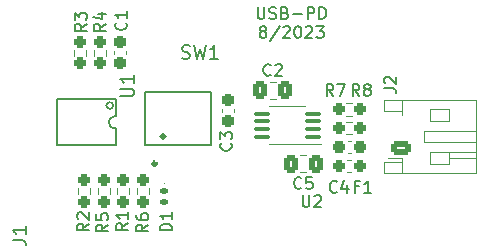
<source format=gbr>
%TF.GenerationSoftware,KiCad,Pcbnew,(6.0.4-0)*%
%TF.CreationDate,2023-08-08T13:47:07-06:00*%
%TF.ProjectId,usb_pd,7573625f-7064-42e6-9b69-6361645f7063,rev?*%
%TF.SameCoordinates,Original*%
%TF.FileFunction,Legend,Top*%
%TF.FilePolarity,Positive*%
%FSLAX46Y46*%
G04 Gerber Fmt 4.6, Leading zero omitted, Abs format (unit mm)*
G04 Created by KiCad (PCBNEW (6.0.4-0)) date 2023-08-08 13:47:07*
%MOMM*%
%LPD*%
G01*
G04 APERTURE LIST*
G04 Aperture macros list*
%AMRoundRect*
0 Rectangle with rounded corners*
0 $1 Rounding radius*
0 $2 $3 $4 $5 $6 $7 $8 $9 X,Y pos of 4 corners*
0 Add a 4 corners polygon primitive as box body*
4,1,4,$2,$3,$4,$5,$6,$7,$8,$9,$2,$3,0*
0 Add four circle primitives for the rounded corners*
1,1,$1+$1,$2,$3*
1,1,$1+$1,$4,$5*
1,1,$1+$1,$6,$7*
1,1,$1+$1,$8,$9*
0 Add four rect primitives between the rounded corners*
20,1,$1+$1,$2,$3,$4,$5,0*
20,1,$1+$1,$4,$5,$6,$7,0*
20,1,$1+$1,$6,$7,$8,$9,0*
20,1,$1+$1,$8,$9,$2,$3,0*%
G04 Aperture macros list end*
%ADD10C,0.150000*%
%ADD11C,0.152000*%
%ADD12C,0.120000*%
%ADD13C,0.100000*%
%ADD14C,0.300000*%
%ADD15RoundRect,0.100000X0.612500X0.100000X-0.612500X0.100000X-0.612500X-0.100000X0.612500X-0.100000X0*%
%ADD16R,1.730000X1.850000*%
%ADD17RoundRect,0.250000X0.337500X0.475000X-0.337500X0.475000X-0.337500X-0.475000X0.337500X-0.475000X0*%
%ADD18RoundRect,0.237500X-0.300000X-0.237500X0.300000X-0.237500X0.300000X0.237500X-0.300000X0.237500X0*%
%ADD19RoundRect,0.237500X-0.237500X0.300000X-0.237500X-0.300000X0.237500X-0.300000X0.237500X0.300000X0*%
%ADD20RoundRect,0.250000X-0.337500X-0.475000X0.337500X-0.475000X0.337500X0.475000X-0.337500X0.475000X0*%
%ADD21RoundRect,0.237500X0.250000X0.237500X-0.250000X0.237500X-0.250000X-0.237500X0.250000X-0.237500X0*%
%ADD22RoundRect,0.237500X-0.250000X-0.237500X0.250000X-0.237500X0.250000X0.237500X-0.250000X0.237500X0*%
%ADD23RoundRect,0.237500X0.287500X0.237500X-0.287500X0.237500X-0.287500X-0.237500X0.287500X-0.237500X0*%
%ADD24RoundRect,0.237500X0.237500X-0.250000X0.237500X0.250000X-0.237500X0.250000X-0.237500X-0.250000X0*%
%ADD25R,0.600000X1.500000*%
%ADD26R,3.300000X2.100000*%
%ADD27C,0.650000*%
%ADD28R,1.240000X0.600000*%
%ADD29R,1.240000X0.300000*%
%ADD30O,2.100000X1.000000*%
%ADD31O,1.800000X1.000000*%
%ADD32RoundRect,0.237500X0.237500X-0.300000X0.237500X0.300000X-0.237500X0.300000X-0.237500X-0.300000X0*%
%ADD33RoundRect,0.147500X-0.172500X0.147500X-0.172500X-0.147500X0.172500X-0.147500X0.172500X0.147500X0*%
%ADD34RoundRect,0.250000X0.625000X-0.350000X0.625000X0.350000X-0.625000X0.350000X-0.625000X-0.350000X0*%
%ADD35O,1.750000X1.200000*%
%ADD36O,0.560000X2.655000*%
%ADD37RoundRect,0.237500X-0.237500X0.250000X-0.237500X-0.250000X0.237500X-0.250000X0.237500X0.250000X0*%
G04 APERTURE END LIST*
D10*
X150219047Y-75547380D02*
X150219047Y-76356904D01*
X150266666Y-76452142D01*
X150314285Y-76499761D01*
X150409523Y-76547380D01*
X150600000Y-76547380D01*
X150695238Y-76499761D01*
X150742857Y-76452142D01*
X150790476Y-76356904D01*
X150790476Y-75547380D01*
X151219047Y-76499761D02*
X151361904Y-76547380D01*
X151600000Y-76547380D01*
X151695238Y-76499761D01*
X151742857Y-76452142D01*
X151790476Y-76356904D01*
X151790476Y-76261666D01*
X151742857Y-76166428D01*
X151695238Y-76118809D01*
X151600000Y-76071190D01*
X151409523Y-76023571D01*
X151314285Y-75975952D01*
X151266666Y-75928333D01*
X151219047Y-75833095D01*
X151219047Y-75737857D01*
X151266666Y-75642619D01*
X151314285Y-75595000D01*
X151409523Y-75547380D01*
X151647619Y-75547380D01*
X151790476Y-75595000D01*
X152552380Y-76023571D02*
X152695238Y-76071190D01*
X152742857Y-76118809D01*
X152790476Y-76214047D01*
X152790476Y-76356904D01*
X152742857Y-76452142D01*
X152695238Y-76499761D01*
X152600000Y-76547380D01*
X152219047Y-76547380D01*
X152219047Y-75547380D01*
X152552380Y-75547380D01*
X152647619Y-75595000D01*
X152695238Y-75642619D01*
X152742857Y-75737857D01*
X152742857Y-75833095D01*
X152695238Y-75928333D01*
X152647619Y-75975952D01*
X152552380Y-76023571D01*
X152219047Y-76023571D01*
X153219047Y-76166428D02*
X153980952Y-76166428D01*
X154457142Y-76547380D02*
X154457142Y-75547380D01*
X154838095Y-75547380D01*
X154933333Y-75595000D01*
X154980952Y-75642619D01*
X155028571Y-75737857D01*
X155028571Y-75880714D01*
X154980952Y-75975952D01*
X154933333Y-76023571D01*
X154838095Y-76071190D01*
X154457142Y-76071190D01*
X155457142Y-76547380D02*
X155457142Y-75547380D01*
X155695238Y-75547380D01*
X155838095Y-75595000D01*
X155933333Y-75690238D01*
X155980952Y-75785476D01*
X156028571Y-75975952D01*
X156028571Y-76118809D01*
X155980952Y-76309285D01*
X155933333Y-76404523D01*
X155838095Y-76499761D01*
X155695238Y-76547380D01*
X155457142Y-76547380D01*
X150576190Y-77585952D02*
X150480952Y-77538333D01*
X150433333Y-77490714D01*
X150385714Y-77395476D01*
X150385714Y-77347857D01*
X150433333Y-77252619D01*
X150480952Y-77205000D01*
X150576190Y-77157380D01*
X150766666Y-77157380D01*
X150861904Y-77205000D01*
X150909523Y-77252619D01*
X150957142Y-77347857D01*
X150957142Y-77395476D01*
X150909523Y-77490714D01*
X150861904Y-77538333D01*
X150766666Y-77585952D01*
X150576190Y-77585952D01*
X150480952Y-77633571D01*
X150433333Y-77681190D01*
X150385714Y-77776428D01*
X150385714Y-77966904D01*
X150433333Y-78062142D01*
X150480952Y-78109761D01*
X150576190Y-78157380D01*
X150766666Y-78157380D01*
X150861904Y-78109761D01*
X150909523Y-78062142D01*
X150957142Y-77966904D01*
X150957142Y-77776428D01*
X150909523Y-77681190D01*
X150861904Y-77633571D01*
X150766666Y-77585952D01*
X152100000Y-77109761D02*
X151242857Y-78395476D01*
X152385714Y-77252619D02*
X152433333Y-77205000D01*
X152528571Y-77157380D01*
X152766666Y-77157380D01*
X152861904Y-77205000D01*
X152909523Y-77252619D01*
X152957142Y-77347857D01*
X152957142Y-77443095D01*
X152909523Y-77585952D01*
X152338095Y-78157380D01*
X152957142Y-78157380D01*
X153576190Y-77157380D02*
X153671428Y-77157380D01*
X153766666Y-77205000D01*
X153814285Y-77252619D01*
X153861904Y-77347857D01*
X153909523Y-77538333D01*
X153909523Y-77776428D01*
X153861904Y-77966904D01*
X153814285Y-78062142D01*
X153766666Y-78109761D01*
X153671428Y-78157380D01*
X153576190Y-78157380D01*
X153480952Y-78109761D01*
X153433333Y-78062142D01*
X153385714Y-77966904D01*
X153338095Y-77776428D01*
X153338095Y-77538333D01*
X153385714Y-77347857D01*
X153433333Y-77252619D01*
X153480952Y-77205000D01*
X153576190Y-77157380D01*
X154290476Y-77252619D02*
X154338095Y-77205000D01*
X154433333Y-77157380D01*
X154671428Y-77157380D01*
X154766666Y-77205000D01*
X154814285Y-77252619D01*
X154861904Y-77347857D01*
X154861904Y-77443095D01*
X154814285Y-77585952D01*
X154242857Y-78157380D01*
X154861904Y-78157380D01*
X155195238Y-77157380D02*
X155814285Y-77157380D01*
X155480952Y-77538333D01*
X155623809Y-77538333D01*
X155719047Y-77585952D01*
X155766666Y-77633571D01*
X155814285Y-77728809D01*
X155814285Y-77966904D01*
X155766666Y-78062142D01*
X155719047Y-78109761D01*
X155623809Y-78157380D01*
X155338095Y-78157380D01*
X155242857Y-78109761D01*
X155195238Y-78062142D01*
%TO.C,U2*%
X154038095Y-91452380D02*
X154038095Y-92261904D01*
X154085714Y-92357142D01*
X154133333Y-92404761D01*
X154228571Y-92452380D01*
X154419047Y-92452380D01*
X154514285Y-92404761D01*
X154561904Y-92357142D01*
X154609523Y-92261904D01*
X154609523Y-91452380D01*
X155038095Y-91547619D02*
X155085714Y-91500000D01*
X155180952Y-91452380D01*
X155419047Y-91452380D01*
X155514285Y-91500000D01*
X155561904Y-91547619D01*
X155609523Y-91642857D01*
X155609523Y-91738095D01*
X155561904Y-91880952D01*
X154990476Y-92452380D01*
X155609523Y-92452380D01*
%TO.C,C5*%
X153933333Y-90837142D02*
X153885714Y-90884761D01*
X153742857Y-90932380D01*
X153647619Y-90932380D01*
X153504761Y-90884761D01*
X153409523Y-90789523D01*
X153361904Y-90694285D01*
X153314285Y-90503809D01*
X153314285Y-90360952D01*
X153361904Y-90170476D01*
X153409523Y-90075238D01*
X153504761Y-89980000D01*
X153647619Y-89932380D01*
X153742857Y-89932380D01*
X153885714Y-89980000D01*
X153933333Y-90027619D01*
X154838095Y-89932380D02*
X154361904Y-89932380D01*
X154314285Y-90408571D01*
X154361904Y-90360952D01*
X154457142Y-90313333D01*
X154695238Y-90313333D01*
X154790476Y-90360952D01*
X154838095Y-90408571D01*
X154885714Y-90503809D01*
X154885714Y-90741904D01*
X154838095Y-90837142D01*
X154790476Y-90884761D01*
X154695238Y-90932380D01*
X154457142Y-90932380D01*
X154361904Y-90884761D01*
X154314285Y-90837142D01*
%TO.C,C4*%
X156933333Y-91157142D02*
X156885714Y-91204761D01*
X156742857Y-91252380D01*
X156647619Y-91252380D01*
X156504761Y-91204761D01*
X156409523Y-91109523D01*
X156361904Y-91014285D01*
X156314285Y-90823809D01*
X156314285Y-90680952D01*
X156361904Y-90490476D01*
X156409523Y-90395238D01*
X156504761Y-90300000D01*
X156647619Y-90252380D01*
X156742857Y-90252380D01*
X156885714Y-90300000D01*
X156933333Y-90347619D01*
X157790476Y-90585714D02*
X157790476Y-91252380D01*
X157552380Y-90204761D02*
X157314285Y-90919047D01*
X157933333Y-90919047D01*
%TO.C,C3*%
X147957142Y-87066666D02*
X148004761Y-87114285D01*
X148052380Y-87257142D01*
X148052380Y-87352380D01*
X148004761Y-87495238D01*
X147909523Y-87590476D01*
X147814285Y-87638095D01*
X147623809Y-87685714D01*
X147480952Y-87685714D01*
X147290476Y-87638095D01*
X147195238Y-87590476D01*
X147100000Y-87495238D01*
X147052380Y-87352380D01*
X147052380Y-87257142D01*
X147100000Y-87114285D01*
X147147619Y-87066666D01*
X147052380Y-86733333D02*
X147052380Y-86114285D01*
X147433333Y-86447619D01*
X147433333Y-86304761D01*
X147480952Y-86209523D01*
X147528571Y-86161904D01*
X147623809Y-86114285D01*
X147861904Y-86114285D01*
X147957142Y-86161904D01*
X148004761Y-86209523D01*
X148052380Y-86304761D01*
X148052380Y-86590476D01*
X148004761Y-86685714D01*
X147957142Y-86733333D01*
%TO.C,C2*%
X151333333Y-81277142D02*
X151285714Y-81324761D01*
X151142857Y-81372380D01*
X151047619Y-81372380D01*
X150904761Y-81324761D01*
X150809523Y-81229523D01*
X150761904Y-81134285D01*
X150714285Y-80943809D01*
X150714285Y-80800952D01*
X150761904Y-80610476D01*
X150809523Y-80515238D01*
X150904761Y-80420000D01*
X151047619Y-80372380D01*
X151142857Y-80372380D01*
X151285714Y-80420000D01*
X151333333Y-80467619D01*
X151714285Y-80467619D02*
X151761904Y-80420000D01*
X151857142Y-80372380D01*
X152095238Y-80372380D01*
X152190476Y-80420000D01*
X152238095Y-80467619D01*
X152285714Y-80562857D01*
X152285714Y-80658095D01*
X152238095Y-80800952D01*
X151666666Y-81372380D01*
X152285714Y-81372380D01*
%TO.C,R7*%
X156633333Y-83052380D02*
X156300000Y-82576190D01*
X156061904Y-83052380D02*
X156061904Y-82052380D01*
X156442857Y-82052380D01*
X156538095Y-82100000D01*
X156585714Y-82147619D01*
X156633333Y-82242857D01*
X156633333Y-82385714D01*
X156585714Y-82480952D01*
X156538095Y-82528571D01*
X156442857Y-82576190D01*
X156061904Y-82576190D01*
X156966666Y-82052380D02*
X157633333Y-82052380D01*
X157204761Y-83052380D01*
%TO.C,R8*%
X158833333Y-83052380D02*
X158500000Y-82576190D01*
X158261904Y-83052380D02*
X158261904Y-82052380D01*
X158642857Y-82052380D01*
X158738095Y-82100000D01*
X158785714Y-82147619D01*
X158833333Y-82242857D01*
X158833333Y-82385714D01*
X158785714Y-82480952D01*
X158738095Y-82528571D01*
X158642857Y-82576190D01*
X158261904Y-82576190D01*
X159404761Y-82480952D02*
X159309523Y-82433333D01*
X159261904Y-82385714D01*
X159214285Y-82290476D01*
X159214285Y-82242857D01*
X159261904Y-82147619D01*
X159309523Y-82100000D01*
X159404761Y-82052380D01*
X159595238Y-82052380D01*
X159690476Y-82100000D01*
X159738095Y-82147619D01*
X159785714Y-82242857D01*
X159785714Y-82290476D01*
X159738095Y-82385714D01*
X159690476Y-82433333D01*
X159595238Y-82480952D01*
X159404761Y-82480952D01*
X159309523Y-82528571D01*
X159261904Y-82576190D01*
X159214285Y-82671428D01*
X159214285Y-82861904D01*
X159261904Y-82957142D01*
X159309523Y-83004761D01*
X159404761Y-83052380D01*
X159595238Y-83052380D01*
X159690476Y-83004761D01*
X159738095Y-82957142D01*
X159785714Y-82861904D01*
X159785714Y-82671428D01*
X159738095Y-82576190D01*
X159690476Y-82528571D01*
X159595238Y-82480952D01*
%TO.C,F1*%
X158766666Y-90728571D02*
X158433333Y-90728571D01*
X158433333Y-91252380D02*
X158433333Y-90252380D01*
X158909523Y-90252380D01*
X159814285Y-91252380D02*
X159242857Y-91252380D01*
X159528571Y-91252380D02*
X159528571Y-90252380D01*
X159433333Y-90395238D01*
X159338095Y-90490476D01*
X159242857Y-90538095D01*
%TO.C,R1*%
X139252380Y-93854166D02*
X138776190Y-94187500D01*
X139252380Y-94425595D02*
X138252380Y-94425595D01*
X138252380Y-94044642D01*
X138300000Y-93949404D01*
X138347619Y-93901785D01*
X138442857Y-93854166D01*
X138585714Y-93854166D01*
X138680952Y-93901785D01*
X138728571Y-93949404D01*
X138776190Y-94044642D01*
X138776190Y-94425595D01*
X139252380Y-92901785D02*
X139252380Y-93473214D01*
X139252380Y-93187500D02*
X138252380Y-93187500D01*
X138395238Y-93282738D01*
X138490476Y-93377976D01*
X138538095Y-93473214D01*
D11*
%TO.C,U1*%
X138574071Y-83112657D02*
X139499357Y-83112657D01*
X139608214Y-83058228D01*
X139662642Y-83003800D01*
X139717071Y-82894942D01*
X139717071Y-82677228D01*
X139662642Y-82568371D01*
X139608214Y-82513942D01*
X139499357Y-82459514D01*
X138574071Y-82459514D01*
X139717071Y-81316514D02*
X139717071Y-81969657D01*
X139717071Y-81643085D02*
X138574071Y-81643085D01*
X138737357Y-81751942D01*
X138846214Y-81860800D01*
X138900642Y-81969657D01*
%TO.C,J1*%
X129474071Y-95259514D02*
X130290500Y-95259514D01*
X130453785Y-95313942D01*
X130562642Y-95422800D01*
X130617071Y-95586085D01*
X130617071Y-95694942D01*
X130617071Y-94116514D02*
X130617071Y-94769657D01*
X130617071Y-94443085D02*
X129474071Y-94443085D01*
X129637357Y-94551942D01*
X129746214Y-94660800D01*
X129800642Y-94769657D01*
D10*
%TO.C,C1*%
X139057142Y-76866666D02*
X139104761Y-76914285D01*
X139152380Y-77057142D01*
X139152380Y-77152380D01*
X139104761Y-77295238D01*
X139009523Y-77390476D01*
X138914285Y-77438095D01*
X138723809Y-77485714D01*
X138580952Y-77485714D01*
X138390476Y-77438095D01*
X138295238Y-77390476D01*
X138200000Y-77295238D01*
X138152380Y-77152380D01*
X138152380Y-77057142D01*
X138200000Y-76914285D01*
X138247619Y-76866666D01*
X139152380Y-75914285D02*
X139152380Y-76485714D01*
X139152380Y-76200000D02*
X138152380Y-76200000D01*
X138295238Y-76295238D01*
X138390476Y-76390476D01*
X138438095Y-76485714D01*
%TO.C,D1*%
X142952380Y-94438095D02*
X141952380Y-94438095D01*
X141952380Y-94200000D01*
X142000000Y-94057142D01*
X142095238Y-93961904D01*
X142190476Y-93914285D01*
X142380952Y-93866666D01*
X142523809Y-93866666D01*
X142714285Y-93914285D01*
X142809523Y-93961904D01*
X142904761Y-94057142D01*
X142952380Y-94200000D01*
X142952380Y-94438095D01*
X142952380Y-92914285D02*
X142952380Y-93485714D01*
X142952380Y-93200000D02*
X141952380Y-93200000D01*
X142095238Y-93295238D01*
X142190476Y-93390476D01*
X142238095Y-93485714D01*
%TO.C,J2*%
X160952380Y-82433333D02*
X161666666Y-82433333D01*
X161809523Y-82480952D01*
X161904761Y-82576190D01*
X161952380Y-82719047D01*
X161952380Y-82814285D01*
X161047619Y-82004761D02*
X161000000Y-81957142D01*
X160952380Y-81861904D01*
X160952380Y-81623809D01*
X161000000Y-81528571D01*
X161047619Y-81480952D01*
X161142857Y-81433333D01*
X161238095Y-81433333D01*
X161380952Y-81480952D01*
X161952380Y-82052380D01*
X161952380Y-81433333D01*
D11*
%TO.C,SW1*%
X143816514Y-79874642D02*
X143979800Y-79929071D01*
X144251942Y-79929071D01*
X144360800Y-79874642D01*
X144415228Y-79820214D01*
X144469657Y-79711357D01*
X144469657Y-79602500D01*
X144415228Y-79493642D01*
X144360800Y-79439214D01*
X144251942Y-79384785D01*
X144034228Y-79330357D01*
X143925371Y-79275928D01*
X143870942Y-79221500D01*
X143816514Y-79112642D01*
X143816514Y-79003785D01*
X143870942Y-78894928D01*
X143925371Y-78840500D01*
X144034228Y-78786071D01*
X144306371Y-78786071D01*
X144469657Y-78840500D01*
X144850657Y-78786071D02*
X145122800Y-79929071D01*
X145340514Y-79112642D01*
X145558228Y-79929071D01*
X145830371Y-78786071D01*
X146864514Y-79929071D02*
X146211371Y-79929071D01*
X146537942Y-79929071D02*
X146537942Y-78786071D01*
X146429085Y-78949357D01*
X146320228Y-79058214D01*
X146211371Y-79112642D01*
D10*
%TO.C,R3*%
X135752380Y-76966666D02*
X135276190Y-77300000D01*
X135752380Y-77538095D02*
X134752380Y-77538095D01*
X134752380Y-77157142D01*
X134800000Y-77061904D01*
X134847619Y-77014285D01*
X134942857Y-76966666D01*
X135085714Y-76966666D01*
X135180952Y-77014285D01*
X135228571Y-77061904D01*
X135276190Y-77157142D01*
X135276190Y-77538095D01*
X134752380Y-76633333D02*
X134752380Y-76014285D01*
X135133333Y-76347619D01*
X135133333Y-76204761D01*
X135180952Y-76109523D01*
X135228571Y-76061904D01*
X135323809Y-76014285D01*
X135561904Y-76014285D01*
X135657142Y-76061904D01*
X135704761Y-76109523D01*
X135752380Y-76204761D01*
X135752380Y-76490476D01*
X135704761Y-76585714D01*
X135657142Y-76633333D01*
%TO.C,R5*%
X137552380Y-93966666D02*
X137076190Y-94300000D01*
X137552380Y-94538095D02*
X136552380Y-94538095D01*
X136552380Y-94157142D01*
X136600000Y-94061904D01*
X136647619Y-94014285D01*
X136742857Y-93966666D01*
X136885714Y-93966666D01*
X136980952Y-94014285D01*
X137028571Y-94061904D01*
X137076190Y-94157142D01*
X137076190Y-94538095D01*
X136552380Y-93061904D02*
X136552380Y-93538095D01*
X137028571Y-93585714D01*
X136980952Y-93538095D01*
X136933333Y-93442857D01*
X136933333Y-93204761D01*
X136980952Y-93109523D01*
X137028571Y-93061904D01*
X137123809Y-93014285D01*
X137361904Y-93014285D01*
X137457142Y-93061904D01*
X137504761Y-93109523D01*
X137552380Y-93204761D01*
X137552380Y-93442857D01*
X137504761Y-93538095D01*
X137457142Y-93585714D01*
%TO.C,R2*%
X135952380Y-93876666D02*
X135476190Y-94210000D01*
X135952380Y-94448095D02*
X134952380Y-94448095D01*
X134952380Y-94067142D01*
X135000000Y-93971904D01*
X135047619Y-93924285D01*
X135142857Y-93876666D01*
X135285714Y-93876666D01*
X135380952Y-93924285D01*
X135428571Y-93971904D01*
X135476190Y-94067142D01*
X135476190Y-94448095D01*
X135047619Y-93495714D02*
X135000000Y-93448095D01*
X134952380Y-93352857D01*
X134952380Y-93114761D01*
X135000000Y-93019523D01*
X135047619Y-92971904D01*
X135142857Y-92924285D01*
X135238095Y-92924285D01*
X135380952Y-92971904D01*
X135952380Y-93543333D01*
X135952380Y-92924285D01*
%TO.C,R4*%
X137352380Y-76966666D02*
X136876190Y-77300000D01*
X137352380Y-77538095D02*
X136352380Y-77538095D01*
X136352380Y-77157142D01*
X136400000Y-77061904D01*
X136447619Y-77014285D01*
X136542857Y-76966666D01*
X136685714Y-76966666D01*
X136780952Y-77014285D01*
X136828571Y-77061904D01*
X136876190Y-77157142D01*
X136876190Y-77538095D01*
X136685714Y-76109523D02*
X137352380Y-76109523D01*
X136304761Y-76347619D02*
X137019047Y-76585714D01*
X137019047Y-75966666D01*
%TO.C,R6*%
X140952380Y-93966666D02*
X140476190Y-94300000D01*
X140952380Y-94538095D02*
X139952380Y-94538095D01*
X139952380Y-94157142D01*
X140000000Y-94061904D01*
X140047619Y-94014285D01*
X140142857Y-93966666D01*
X140285714Y-93966666D01*
X140380952Y-94014285D01*
X140428571Y-94061904D01*
X140476190Y-94157142D01*
X140476190Y-94538095D01*
X139952380Y-93109523D02*
X139952380Y-93300000D01*
X140000000Y-93395238D01*
X140047619Y-93442857D01*
X140190476Y-93538095D01*
X140380952Y-93585714D01*
X140761904Y-93585714D01*
X140857142Y-93538095D01*
X140904761Y-93490476D01*
X140952380Y-93395238D01*
X140952380Y-93204761D01*
X140904761Y-93109523D01*
X140857142Y-93061904D01*
X140761904Y-93014285D01*
X140523809Y-93014285D01*
X140428571Y-93061904D01*
X140380952Y-93109523D01*
X140333333Y-93204761D01*
X140333333Y-93395238D01*
X140380952Y-93490476D01*
X140428571Y-93538095D01*
X140523809Y-93585714D01*
D12*
%TO.C,U2*%
X152730000Y-83920000D02*
X151230000Y-83920000D01*
X152730000Y-87140000D02*
X155605000Y-87140000D01*
X152730000Y-83920000D02*
X154230000Y-83920000D01*
X152730000Y-87140000D02*
X151230000Y-87140000D01*
%TO.C,C5*%
X154361252Y-89535000D02*
X153838748Y-89535000D01*
X154361252Y-88065000D02*
X153838748Y-88065000D01*
%TO.C,C4*%
X157853733Y-86890000D02*
X158146267Y-86890000D01*
X157853733Y-87910000D02*
X158146267Y-87910000D01*
%TO.C,C3*%
X148210000Y-84153733D02*
X148210000Y-84446267D01*
X147190000Y-84153733D02*
X147190000Y-84446267D01*
%TO.C,C2*%
X151238748Y-81865000D02*
X151761252Y-81865000D01*
X151238748Y-83335000D02*
X151761252Y-83335000D01*
%TO.C,R7*%
X158254724Y-84722500D02*
X157745276Y-84722500D01*
X158254724Y-83677500D02*
X157745276Y-83677500D01*
%TO.C,R8*%
X157745276Y-85277500D02*
X158254724Y-85277500D01*
X157745276Y-86322500D02*
X158254724Y-86322500D01*
%TO.C,F1*%
X158171267Y-89510000D02*
X157828733Y-89510000D01*
X158171267Y-88490000D02*
X157828733Y-88490000D01*
%TO.C,R1*%
X138277500Y-91354724D02*
X138277500Y-90845276D01*
X139322500Y-91354724D02*
X139322500Y-90845276D01*
D10*
%TO.C,U1*%
X138200000Y-84800000D02*
X138100000Y-84800000D01*
X138200000Y-85860000D02*
X138200000Y-86100000D01*
X138200000Y-86100000D02*
X138200000Y-87230000D01*
X138160000Y-85820000D02*
X138200000Y-85860000D01*
X138200000Y-87230000D02*
X133200000Y-87230000D01*
X138200000Y-83330000D02*
X138200000Y-84800000D01*
X138200000Y-83330000D02*
X133200000Y-83330000D01*
X133200000Y-83330000D02*
X133200000Y-87230000D01*
X138100000Y-84800000D02*
G75*
G03*
X137620000Y-85280000I1J-480001D01*
G01*
X137619986Y-85280154D02*
G75*
G03*
X138160000Y-85820000I496014J-43846D01*
G01*
X137984000Y-83880000D02*
G75*
G03*
X137984000Y-83880000I-284000J0D01*
G01*
D12*
%TO.C,C1*%
X139110000Y-79546267D02*
X139110000Y-79253733D01*
X138090000Y-79546267D02*
X138090000Y-79253733D01*
D13*
%TO.C,D1*%
X142350000Y-90510000D02*
G75*
G03*
X142350000Y-90510000I-50000J0D01*
G01*
D12*
%TO.C,J2*%
X166450000Y-87800000D02*
X168710000Y-87800000D01*
X162490000Y-84360000D02*
X162490000Y-84640000D01*
X166450000Y-87800000D02*
X164850000Y-87800000D01*
X164850000Y-85200000D02*
X164850000Y-84200000D01*
X164850000Y-84200000D02*
X166450000Y-84200000D01*
X168710000Y-83440000D02*
X160890000Y-83440000D01*
X168710000Y-87000000D02*
X164350000Y-87000000D01*
X164350000Y-86000000D02*
X168710000Y-86000000D01*
X160890000Y-89560000D02*
X168710000Y-89560000D01*
X162490000Y-88360000D02*
X161275000Y-88360000D01*
X164350000Y-87000000D02*
X164350000Y-86000000D01*
X162490000Y-88360000D02*
X162490000Y-88640000D01*
X166450000Y-88800000D02*
X166450000Y-87800000D01*
X164850000Y-88800000D02*
X166450000Y-88800000D01*
X160890000Y-83440000D02*
X160890000Y-84360000D01*
X166450000Y-84200000D02*
X166450000Y-85200000D01*
X162490000Y-83440000D02*
X162490000Y-84360000D01*
X160890000Y-84360000D02*
X162490000Y-84360000D01*
X168710000Y-89560000D02*
X168710000Y-83440000D01*
X166450000Y-88300000D02*
X168710000Y-88300000D01*
X164850000Y-87800000D02*
X164850000Y-88800000D01*
X160890000Y-88640000D02*
X160890000Y-89560000D01*
X166450000Y-85200000D02*
X164850000Y-85200000D01*
X162490000Y-88640000D02*
X160890000Y-88640000D01*
X162490000Y-89560000D02*
X162490000Y-88640000D01*
D11*
%TO.C,SW1*%
X140719000Y-82753000D02*
X146281000Y-82753000D01*
X146281000Y-87246000D02*
X140719000Y-87246000D01*
X146281000Y-82753000D02*
X146281000Y-87246000D01*
X140719000Y-87246000D02*
X140719000Y-82753000D01*
D14*
X141648000Y-88803000D02*
G75*
G03*
X141648000Y-88803000I-150000J0D01*
G01*
X142380000Y-86494000D02*
G75*
G03*
X142380000Y-86494000I-150000J0D01*
G01*
D12*
%TO.C,R3*%
X135722500Y-79654724D02*
X135722500Y-79145276D01*
X134677500Y-79654724D02*
X134677500Y-79145276D01*
%TO.C,R5*%
X136677500Y-90845276D02*
X136677500Y-91354724D01*
X137722500Y-90845276D02*
X137722500Y-91354724D01*
%TO.C,R2*%
X136022500Y-90845276D02*
X136022500Y-91354724D01*
X134977500Y-90845276D02*
X134977500Y-91354724D01*
%TO.C,R4*%
X136377500Y-79654724D02*
X136377500Y-79145276D01*
X137422500Y-79654724D02*
X137422500Y-79145276D01*
%TO.C,R6*%
X141022500Y-90845276D02*
X141022500Y-91354724D01*
X139977500Y-90845276D02*
X139977500Y-91354724D01*
%TD*%
%LPC*%
D15*
%TO.C,U2*%
X154892500Y-86505000D03*
X154892500Y-85855000D03*
X154892500Y-85205000D03*
X154892500Y-84555000D03*
X150567500Y-84555000D03*
X150567500Y-85205000D03*
X150567500Y-85855000D03*
X150567500Y-86505000D03*
D16*
X152730000Y-85530000D03*
%TD*%
D17*
%TO.C,C5*%
X155137500Y-88800000D03*
X153062500Y-88800000D03*
%TD*%
D18*
%TO.C,C4*%
X157137500Y-87400000D03*
X158862500Y-87400000D03*
%TD*%
D19*
%TO.C,C3*%
X147700000Y-83437500D03*
X147700000Y-85162500D03*
%TD*%
D20*
%TO.C,C2*%
X150462500Y-82600000D03*
X152537500Y-82600000D03*
%TD*%
D21*
%TO.C,R7*%
X158912500Y-84200000D03*
X157087500Y-84200000D03*
%TD*%
D22*
%TO.C,R8*%
X157087500Y-85800000D03*
X158912500Y-85800000D03*
%TD*%
D23*
%TO.C,F1*%
X158875000Y-89000000D03*
X157125000Y-89000000D03*
%TD*%
D24*
%TO.C,R1*%
X138800000Y-92012500D03*
X138800000Y-90187500D03*
%TD*%
D25*
%TO.C,U1*%
X137700000Y-82280000D03*
X136700000Y-82280000D03*
X135700000Y-82280000D03*
X134700000Y-82280000D03*
X133700000Y-82280000D03*
X133700000Y-88280000D03*
X134700000Y-88280000D03*
X135700000Y-88280000D03*
X136700000Y-88280000D03*
X137700000Y-88280000D03*
D26*
X135700000Y-85280000D03*
%TD*%
D27*
%TO.C,J1*%
X129380000Y-83800000D03*
X129380000Y-89590000D03*
D28*
X130500000Y-83500000D03*
X130500000Y-84300000D03*
D29*
X130500000Y-85450000D03*
X130500000Y-86450000D03*
X130500000Y-86950000D03*
X130500000Y-87950000D03*
D28*
X130500000Y-89900000D03*
X130500000Y-89100000D03*
D29*
X130500000Y-88450000D03*
X130500000Y-87450000D03*
X130500000Y-85950000D03*
X130500000Y-84950000D03*
D30*
X129880000Y-82380000D03*
X129880000Y-91020000D03*
D31*
X125700000Y-91020000D03*
X125700000Y-82380000D03*
%TD*%
D32*
%TO.C,C1*%
X138600000Y-80262500D03*
X138600000Y-78537500D03*
%TD*%
D33*
%TO.C,D1*%
X142300000Y-91115000D03*
X142300000Y-92085000D03*
%TD*%
D34*
%TO.C,J2*%
X162350000Y-87500000D03*
D35*
X162350000Y-85500000D03*
%TD*%
D36*
%TO.C,SW1*%
X142230000Y-88803000D03*
X143500000Y-88803000D03*
X144770000Y-88803000D03*
X144770000Y-81197000D03*
X143500000Y-81197000D03*
X142230000Y-81197000D03*
%TD*%
D24*
%TO.C,R3*%
X135200000Y-80312500D03*
X135200000Y-78487500D03*
%TD*%
D37*
%TO.C,R5*%
X137200000Y-90187500D03*
X137200000Y-92012500D03*
%TD*%
%TO.C,R2*%
X135500000Y-90187500D03*
X135500000Y-92012500D03*
%TD*%
D24*
%TO.C,R4*%
X136900000Y-80312500D03*
X136900000Y-78487500D03*
%TD*%
D37*
%TO.C,R6*%
X140500000Y-90187500D03*
X140500000Y-92012500D03*
%TD*%
M02*

</source>
